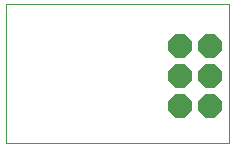
<source format=gbs>
G75*
G70*
%OFA0B0*%
%FSLAX24Y24*%
%IPPOS*%
%LPD*%
%AMOC8*
5,1,8,0,0,1.08239X$1,22.5*
%
%ADD10C,0.0000*%
%ADD11OC8,0.0780*%
D10*
X006793Y006773D02*
X006793Y011439D01*
X014254Y011439D01*
X014254Y006773D01*
X006793Y006773D01*
D11*
X012612Y008037D03*
X013612Y008037D03*
X013612Y009037D03*
X012612Y009037D03*
X012612Y010037D03*
X013612Y010037D03*
M02*

</source>
